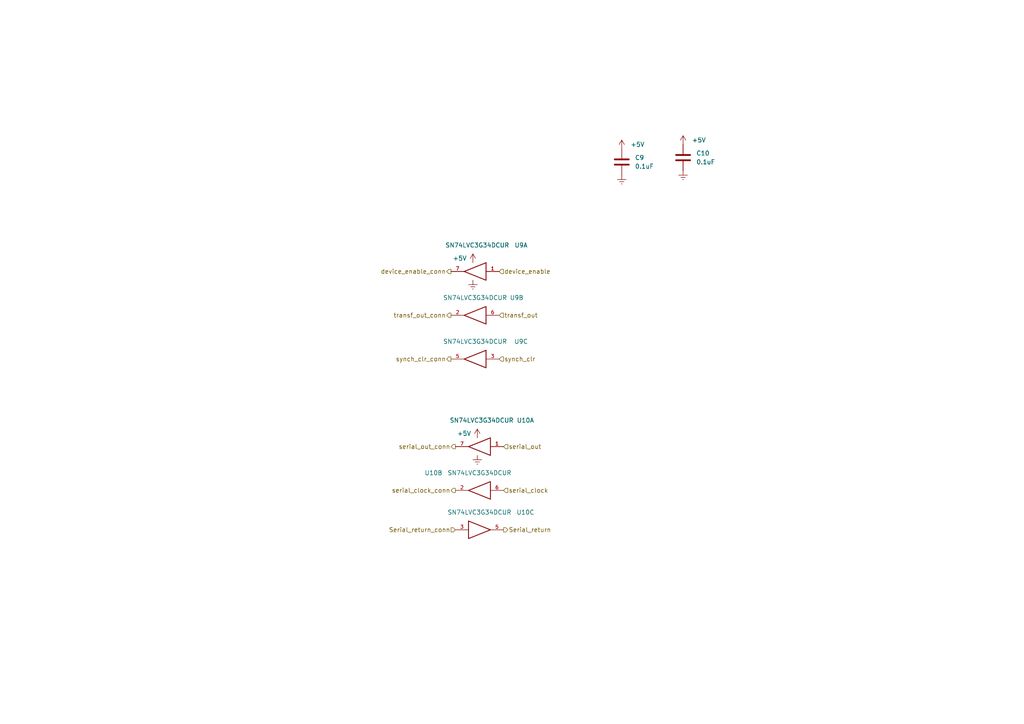
<source format=kicad_sch>
(kicad_sch (version 20211123) (generator eeschema)
  (paper "A4")
  (lib_symbols
    (symbol "74xGxx:74LVC3G34" (pin_names (offset 1.016))
      (property "Reference" "U" (at -2.54 3.81 0))
      (property "Value" "74LVC3G34" (at 0 -3.81 0))
      (symbol "74LVC3G34_0_1"
        (polyline (pts (xy -3.81 2.54) (xy -3.81 -2.54) (xy 2.54 0) (xy -3.81 2.54)) (stroke (width 0.254)))
        (pin power_in line (at 0 -2.54 270) (length 0) hide (name "GND") (number "4"))
        (pin power_in line (at 0 2.54 90) (length 0) hide (name "VCC") (number "8"))
      )
      (symbol "74LVC3G34_1_1"
        (pin input line (at -7.62 0 0) (length 3.81) (name "~") (number "1"))
        (pin output line (at 6.35 0 180) (length 3.81) (name "~") (number "7"))
      )
      (symbol "74LVC3G34_2_1"
        (pin output line (at 6.35 0 180) (length 3.81) (name "~") (number "2"))
        (pin input line (at -7.62 0 0) (length 3.81) (name "~") (number "6"))
      )
      (symbol "74LVC3G34_3_1"
        (pin input line (at -7.62 0 0) (length 3.81) (name "~") (number "3"))
        (pin output line (at 6.35 0 180) (length 3.81) (name "~") (number "5"))
      )
    )
    (symbol "Device:C" (pin_numbers hide) (pin_names (offset 0.254))
      (property "Reference" "C" (at 0.635 2.54 0))
      (property "Value" "C" (at 0.635 -2.54 0))
      (symbol "C_0_1"
        (polyline (pts (xy -2.032 -0.762) (xy 2.032 -0.762)) (stroke (width 0.508)))
        (polyline (pts (xy -2.032 0.762) (xy 2.032 0.762)) (stroke (width 0.508)))
      )
      (symbol "C_1_1"
        (pin passive line (at 0 3.81 270) (length 2.794) (name "~") (number "1"))
        (pin passive line (at 0 -3.81 90) (length 2.794) (name "~") (number "2"))
      )
    )
    (symbol "power:+5V" (power) (pin_names (offset 0))
      (property "Value" "+5V" (at 0 3.556 0))
      (symbol "+5V_0_1"
        (polyline (pts (xy -0.762 1.27) (xy 0 2.54)))
        (polyline (pts (xy 0 0) (xy 0 2.54)))
        (polyline (pts (xy 0 2.54) (xy 0.762 1.27)))
      )
      (symbol "+5V_1_1"
        (pin power_in line (at 0 0 90) (length 0) hide (name "+5V") (number "1"))
      )
    )
    (symbol "power:Earth" (power) (pin_names (offset 0))
      (symbol "Earth_0_1"
        (polyline (pts (xy -0.635 -1.905) (xy 0.635 -1.905)))
        (polyline (pts (xy -0.127 -2.54) (xy 0.127 -2.54)))
        (polyline (pts (xy 0 -1.27) (xy 0 0)))
        (polyline (pts (xy 1.27 -1.27) (xy -1.27 -1.27)))
      )
      (symbol "Earth_1_1"
        (pin power_in line (at 0 0 270) (length 0) hide (name "Earth") (number "1"))
      )
    )
  )
  (hierarchical_label "serial_out" (shape input) (at 146.05 129.54 0))
  (hierarchical_label "device_enable" (shape input) (at 144.78 78.74 0))
  (hierarchical_label "transf_out_conn" (shape output) (at 130.81 91.44 180))
  (hierarchical_label "device_enable_conn" (shape output) (at 130.81 78.74 180))
  (hierarchical_label "synch_clr_conn" (shape output) (at 130.81 104.14 180))
  (hierarchical_label "transf_out" (shape input) (at 144.78 91.44 0))
  (hierarchical_label "Serial_return" (shape output) (at 146.05 153.67 0))
  (hierarchical_label "serial_clock" (shape input) (at 146.05 142.24 0))
  (hierarchical_label "synch_clr" (shape input) (at 144.78 104.14 0))
  (hierarchical_label "serial_clock_conn" (shape output) (at 132.08 142.24 180))
  (hierarchical_label "Serial_return_conn" (shape input) (at 132.08 153.67 180))
  (hierarchical_label "serial_out_conn" (shape output) (at 132.08 129.54 180))
  (symbol (lib_id "Device:C") (at 198.12 45.72 0) (unit 1)
    (property "Reference" "C10" (at 201.93 44.4499 0) (effects (justify left)))
    (property "Value" "0.1uF" (at 201.93 46.9899 0) (effects (justify left)))
    (property "Footprint" "Diode_SMD:D_0603_1608Metric" (effects hide))
  )
  (symbol (lib_id "74xGxx:74LVC3G34") (at 138.43 129.54 0) (mirror y) (unit 1)
    (property "Reference" "U10" (at 152.4 121.92 0))
    (property "Value" "SN74LVC3G34DCUR" (at 139.7 121.92 0))
    (property "Footprint" "Package_SO:VSSOP-8_2.3x2mm_P0.5mm" (effects hide))
    (property "Datasheet" "https://www.ti.com/lit/ds/symlink/sn74lvc3g34.pdf?HQS=dis-dk-null-digikeymode-dsf-pf-null-wwe&ts=1675675829665&ref_url=https%253A%252F%252Fwww.ti.com%252Fgeneral%252Fdocs%252Fsuppproductinfo.tsp%253FdistId%253D10%2526gotoUrl%253Dhttps%253A%252F%252Fwww.ti.com%252Flit%252Fgpn%252Fsn74lvc3g34" (effects hide))
  )
  (symbol (lib_id "power:+5V") (at 138.43 127 0) (unit 1)
    (property "Reference" "#PWR019" (effects hide))
    (property "Value" "+5V" (at 134.62 125.73 0))
  )
  (symbol (lib_id "power:Earth") (at 198.12 49.53 0) (unit 1)
    (property "Reference" "#PWR024" (effects hide))
    (property "Value" "Earth" (effects hide))
  )
  (symbol (lib_id "power:Earth") (at 180.34 50.8 0) (unit 1)
    (property "Reference" "#PWR022" (effects hide))
    (property "Value" "Earth" (effects hide))
  )
  (symbol (lib_id "power:+5V") (at 137.16 76.2 0) (unit 1)
    (property "Reference" "#PWR017" (effects hide))
    (property "Value" "+5V" (at 133.35 74.93 0))
  )
  (symbol (lib_id "74xGxx:74LVC3G34") (at 137.16 91.44 180) (unit 2)
    (property "Reference" "U9" (at 149.86 86.36 0))
    (property "Value" "SN74LVC3G34DCUR" (at 137.795 86.36 0))
    (property "Footprint" "Package_SO:VSSOP-8_2.3x2mm_P0.5mm" (effects hide))
    (property "Datasheet" "https://www.ti.com/lit/ds/symlink/sn74lvc3g34.pdf?HQS=dis-dk-null-digikeymode-dsf-pf-null-wwe&ts=1675675829665&ref_url=https%253A%252F%252Fwww.ti.com%252Fgeneral%252Fdocs%252Fsuppproductinfo.tsp%253FdistId%253D10%2526gotoUrl%253Dhttps%253A%252F%252Fwww.ti.com%252Flit%252Fgpn%252Fsn74lvc3g34" (effects hide))
  )
  (symbol (lib_id "74xGxx:74LVC3G34") (at 139.7 153.67 0) (unit 3)
    (property "Reference" "U10" (at 152.4 148.59 0))
    (property "Value" "SN74LVC3G34DCUR" (at 139.065 148.59 0))
    (property "Footprint" "Package_SO:VSSOP-8_2.3x2mm_P0.5mm" (effects hide))
    (property "Datasheet" "https://www.ti.com/lit/ds/symlink/sn74lvc3g34.pdf?HQS=dis-dk-null-digikeymode-dsf-pf-null-wwe&ts=1675675829665&ref_url=https%253A%252F%252Fwww.ti.com%252Fgeneral%252Fdocs%252Fsuppproductinfo.tsp%253FdistId%253D10%2526gotoUrl%253Dhttps%253A%252F%252Fwww.ti.com%252Flit%252Fgpn%252Fsn74lvc3g34" (effects hide))
  )
  (symbol (lib_id "power:Earth") (at 137.16 81.28 0) (unit 1)
    (property "Reference" "#PWR018" (effects hide))
    (property "Value" "Earth" (effects hide))
  )
  (symbol (lib_id "power:+5V") (at 198.12 41.91 0) (unit 1)
    (property "Reference" "#PWR023" (effects hide))
    (property "Value" "+5V" (at 200.66 40.6399 0) (effects (justify left)))
  )
  (symbol (lib_id "74xGxx:74LVC3G34") (at 137.16 104.14 0) (mirror y) (unit 3)
    (property "Reference" "U9" (at 151.13 99.06 0))
    (property "Value" "SN74LVC3G34DCUR" (at 137.795 99.06 0))
    (property "Footprint" "Package_SO:VSSOP-8_2.3x2mm_P0.5mm" (effects hide))
    (property "Datasheet" "https://www.ti.com/lit/ds/symlink/sn74lvc3g34.pdf?HQS=dis-dk-null-digikeymode-dsf-pf-null-wwe&ts=1675675829665&ref_url=https%253A%252F%252Fwww.ti.com%252Fgeneral%252Fdocs%252Fsuppproductinfo.tsp%253FdistId%253D10%2526gotoUrl%253Dhttps%253A%252F%252Fwww.ti.com%252Flit%252Fgpn%252Fsn74lvc3g34" (effects hide))
  )
  (symbol (lib_id "power:Earth") (at 138.43 132.08 0) (unit 1)
    (property "Reference" "#PWR020" (effects hide))
    (property "Value" "Earth" (effects hide))
  )
  (symbol (lib_id "74xGxx:74LVC3G34") (at 137.16 78.74 0) (mirror y) (unit 1)
    (property "Reference" "U9" (at 151.13 71.12 0))
    (property "Value" "SN74LVC3G34DCUR" (at 138.43 71.12 0))
    (property "Footprint" "Package_SO:VSSOP-8_2.3x2mm_P0.5mm" (effects hide))
    (property "Datasheet" "https://www.ti.com/lit/ds/symlink/sn74lvc3g34.pdf?HQS=dis-dk-null-digikeymode-dsf-pf-null-wwe&ts=1675675829665&ref_url=https%253A%252F%252Fwww.ti.com%252Fgeneral%252Fdocs%252Fsuppproductinfo.tsp%253FdistId%253D10%2526gotoUrl%253Dhttps%253A%252F%252Fwww.ti.com%252Flit%252Fgpn%252Fsn74lvc3g34" (effects hide))
  )
  (symbol (lib_id "74xGxx:74LVC3G34") (at 138.43 142.24 180) (unit 2)
    (property "Reference" "U10" (at 125.73 137.16 0))
    (property "Value" "SN74LVC3G34DCUR" (at 139.065 137.16 0))
    (property "Footprint" "Package_SO:VSSOP-8_2.3x2mm_P0.5mm" (effects hide))
    (property "Datasheet" "https://www.ti.com/lit/ds/symlink/sn74lvc3g34.pdf?HQS=dis-dk-null-digikeymode-dsf-pf-null-wwe&ts=1675675829665&ref_url=https%253A%252F%252Fwww.ti.com%252Fgeneral%252Fdocs%252Fsuppproductinfo.tsp%253FdistId%253D10%2526gotoUrl%253Dhttps%253A%252F%252Fwww.ti.com%252Flit%252Fgpn%252Fsn74lvc3g34" (effects hide))
  )
  (symbol (lib_id "power:+5V") (at 180.34 43.18 0) (unit 1)
    (property "Reference" "#PWR021" (effects hide))
    (property "Value" "+5V" (at 182.88 41.9099 0) (effects (justify left)))
  )
  (symbol (lib_id "Device:C") (at 180.34 46.99 0) (unit 1)
    (property "Reference" "C9" (at 184.15 45.7199 0) (effects (justify left)))
    (property "Value" "0.1uF" (at 184.15 48.2599 0) (effects (justify left)))
    (property "Footprint" "Diode_SMD:D_0603_1608Metric" (effects hide))
  )
)
</source>
